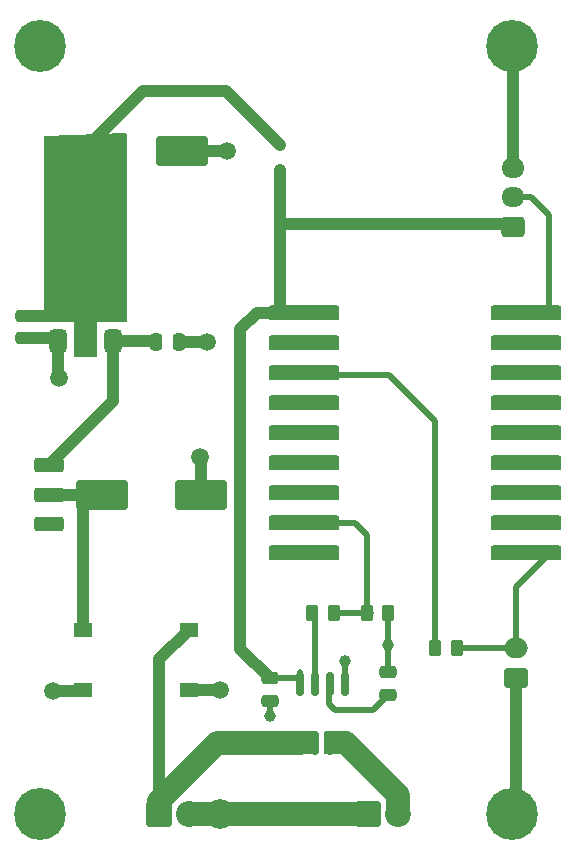
<source format=gbr>
%TF.GenerationSoftware,KiCad,Pcbnew,9.0.2*%
%TF.CreationDate,2025-06-11T22:20:25+01:00*%
%TF.ProjectId,Doorbell (Smaller),446f6f72-6265-46c6-9c20-28536d616c6c,1*%
%TF.SameCoordinates,Original*%
%TF.FileFunction,Copper,L1,Top*%
%TF.FilePolarity,Positive*%
%FSLAX46Y46*%
G04 Gerber Fmt 4.6, Leading zero omitted, Abs format (unit mm)*
G04 Created by KiCad (PCBNEW 9.0.2) date 2025-06-11 22:20:25*
%MOMM*%
%LPD*%
G01*
G04 APERTURE LIST*
G04 Aperture macros list*
%AMRoundRect*
0 Rectangle with rounded corners*
0 $1 Rounding radius*
0 $2 $3 $4 $5 $6 $7 $8 $9 X,Y pos of 4 corners*
0 Add a 4 corners polygon primitive as box body*
4,1,4,$2,$3,$4,$5,$6,$7,$8,$9,$2,$3,0*
0 Add four circle primitives for the rounded corners*
1,1,$1+$1,$2,$3*
1,1,$1+$1,$4,$5*
1,1,$1+$1,$6,$7*
1,1,$1+$1,$8,$9*
0 Add four rect primitives between the rounded corners*
20,1,$1+$1,$2,$3,$4,$5,0*
20,1,$1+$1,$4,$5,$6,$7,0*
20,1,$1+$1,$6,$7,$8,$9,0*
20,1,$1+$1,$8,$9,$2,$3,0*%
G04 Aperture macros list end*
%TA.AperFunction,SMDPad,CuDef*%
%ADD10RoundRect,0.250000X-0.475000X0.250000X-0.475000X-0.250000X0.475000X-0.250000X0.475000X0.250000X0*%
%TD*%
%TA.AperFunction,ComponentPad*%
%ADD11C,4.400000*%
%TD*%
%TA.AperFunction,SMDPad,CuDef*%
%ADD12RoundRect,0.375000X0.375000X-0.625000X0.375000X0.625000X-0.375000X0.625000X-0.375000X-0.625000X0*%
%TD*%
%TA.AperFunction,SMDPad,CuDef*%
%ADD13RoundRect,0.500000X1.400000X-0.500000X1.400000X0.500000X-1.400000X0.500000X-1.400000X-0.500000X0*%
%TD*%
%TA.AperFunction,SMDPad,CuDef*%
%ADD14RoundRect,0.250000X-0.262500X-0.450000X0.262500X-0.450000X0.262500X0.450000X-0.262500X0.450000X0*%
%TD*%
%TA.AperFunction,SMDPad,CuDef*%
%ADD15R,1.500000X1.300000*%
%TD*%
%TA.AperFunction,SMDPad,CuDef*%
%ADD16RoundRect,0.150000X0.150000X-0.825000X0.150000X0.825000X-0.150000X0.825000X-0.150000X-0.825000X0*%
%TD*%
%TA.AperFunction,SMDPad,CuDef*%
%ADD17RoundRect,0.250000X0.262500X0.450000X-0.262500X0.450000X-0.262500X-0.450000X0.262500X-0.450000X0*%
%TD*%
%TA.AperFunction,SMDPad,CuDef*%
%ADD18RoundRect,0.112500X0.112500X-0.187500X0.112500X0.187500X-0.112500X0.187500X-0.112500X-0.187500X0*%
%TD*%
%TA.AperFunction,SMDPad,CuDef*%
%ADD19RoundRect,0.250000X-1.000000X0.375000X-1.000000X-0.375000X1.000000X-0.375000X1.000000X0.375000X0*%
%TD*%
%TA.AperFunction,ComponentPad*%
%ADD20RoundRect,0.250000X0.725000X-0.600000X0.725000X0.600000X-0.725000X0.600000X-0.725000X-0.600000X0*%
%TD*%
%TA.AperFunction,ComponentPad*%
%ADD21O,1.950000X1.700000*%
%TD*%
%TA.AperFunction,ComponentPad*%
%ADD22RoundRect,0.249999X-0.850001X-0.850001X0.850001X-0.850001X0.850001X0.850001X-0.850001X0.850001X0*%
%TD*%
%TA.AperFunction,ComponentPad*%
%ADD23C,2.200000*%
%TD*%
%TA.AperFunction,ComponentPad*%
%ADD24RoundRect,0.190500X2.809500X0.444500X-2.809500X0.444500X-2.809500X-0.444500X2.809500X-0.444500X0*%
%TD*%
%TA.AperFunction,ComponentPad*%
%ADD25RoundRect,0.190500X-2.809500X-0.444500X2.809500X-0.444500X2.809500X0.444500X-2.809500X0.444500X0*%
%TD*%
%TA.AperFunction,ComponentPad*%
%ADD26RoundRect,0.250000X0.750000X-0.600000X0.750000X0.600000X-0.750000X0.600000X-0.750000X-0.600000X0*%
%TD*%
%TA.AperFunction,ComponentPad*%
%ADD27O,2.000000X1.700000*%
%TD*%
%TA.AperFunction,SMDPad,CuDef*%
%ADD28RoundRect,0.250000X-1.950000X-1.000000X1.950000X-1.000000X1.950000X1.000000X-1.950000X1.000000X0*%
%TD*%
%TA.AperFunction,SMDPad,CuDef*%
%ADD29RoundRect,0.250000X-0.250000X-0.475000X0.250000X-0.475000X0.250000X0.475000X-0.250000X0.475000X0*%
%TD*%
%TA.AperFunction,SMDPad,CuDef*%
%ADD30RoundRect,0.250000X0.475000X-0.250000X0.475000X0.250000X-0.475000X0.250000X-0.475000X-0.250000X0*%
%TD*%
%TA.AperFunction,ViaPad*%
%ADD31C,1.500000*%
%TD*%
%TA.AperFunction,ViaPad*%
%ADD32C,1.000000*%
%TD*%
%TA.AperFunction,ViaPad*%
%ADD33C,2.500000*%
%TD*%
%TA.AperFunction,Conductor*%
%ADD34C,0.500000*%
%TD*%
%TA.AperFunction,Conductor*%
%ADD35C,1.000000*%
%TD*%
%TA.AperFunction,Conductor*%
%ADD36C,2.000000*%
%TD*%
G04 APERTURE END LIST*
D10*
%TO.P,C2,1*%
%TO.N,+5V Internal*%
X24500000Y-58550000D03*
%TO.P,C2,2*%
%TO.N,GND*%
X24500000Y-60450000D03*
%TD*%
D11*
%TO.P,H1,1,1*%
%TO.N,GND*%
X5000000Y-5000000D03*
%TD*%
D12*
%TO.P,U2,1,GND*%
%TO.N,GND*%
X6580000Y-30020000D03*
%TO.P,U2,2,VO*%
%TO.N,+5V*%
X8880000Y-30020000D03*
D13*
X8880000Y-23720000D03*
D12*
%TO.P,U2,3,VI*%
%TO.N,Net-(SW1-A)*%
X11180000Y-30020000D03*
%TD*%
D11*
%TO.P,H4,1,1*%
%TO.N,GND*%
X45000000Y-70000000D03*
%TD*%
%TO.P,H3,1,1*%
%TO.N,GND*%
X5000000Y-70000000D03*
%TD*%
D14*
%TO.P,R2,1*%
%TO.N,/ADC Input*%
X32675000Y-53000000D03*
%TO.P,R2,2*%
%TO.N,GND*%
X34500000Y-53000000D03*
%TD*%
D15*
%TO.P,D1,1,+*%
%TO.N,Net-(D1-+)*%
X8700000Y-54450000D03*
%TO.P,D1,2,-*%
%TO.N,GND*%
X8700000Y-59550000D03*
%TO.P,D1,3*%
%TO.N,/VAC In B*%
X17600000Y-59550000D03*
%TO.P,D1,4*%
%TO.N,/VAC In A*%
X17600000Y-54450000D03*
%TD*%
D10*
%TO.P,C7,1*%
%TO.N,+5V*%
X3630000Y-27870000D03*
%TO.P,C7,2*%
%TO.N,GND*%
X3630000Y-29770000D03*
%TD*%
D16*
%TO.P,U1,1,IP+*%
%TO.N,/VAC In A*%
X27000000Y-64000000D03*
%TO.P,U1,2,IP+*%
X28270000Y-64000000D03*
%TO.P,U1,3,IP-*%
%TO.N,/VAC Out A*%
X29540000Y-64000000D03*
%TO.P,U1,4,IP-*%
X30810000Y-64000000D03*
%TO.P,U1,5,GND*%
%TO.N,GND*%
X30810000Y-59050000D03*
%TO.P,U1,6,FILTER*%
%TO.N,Net-(U1-FILTER)*%
X29540000Y-59050000D03*
%TO.P,U1,7,VIOUT*%
%TO.N,/V Sense*%
X28270000Y-59050000D03*
%TO.P,U1,8,VCC*%
%TO.N,+5V Internal*%
X27000000Y-59050000D03*
%TD*%
D17*
%TO.P,R3,1*%
%TO.N,/Reset*%
X40325000Y-56000000D03*
%TO.P,R3,2*%
%TO.N,+3.3V*%
X38500000Y-56000000D03*
%TD*%
D18*
%TO.P,D2,1,K*%
%TO.N,+5V Internal*%
X25343750Y-15493750D03*
%TO.P,D2,2,A*%
%TO.N,+5V*%
X25343750Y-13393750D03*
%TD*%
D19*
%TO.P,SW1,1,A*%
%TO.N,Net-(SW1-A)*%
X5750000Y-40500000D03*
%TO.P,SW1,2,B*%
%TO.N,Net-(D1-+)*%
X5750000Y-43000000D03*
%TO.P,SW1,3,C*%
%TO.N,unconnected-(SW1-C-Pad3)*%
X5750000Y-45500000D03*
%TD*%
D20*
%TO.P,J4,1,Pin_1*%
%TO.N,+5V Internal*%
X45043750Y-20343750D03*
D21*
%TO.P,J4,2,Pin_2*%
%TO.N,/WS2812*%
X45043750Y-17843750D03*
%TO.P,J4,3,Pin_3*%
%TO.N,GND*%
X45043750Y-15343750D03*
%TD*%
D22*
%TO.P,J2,1,Pin_1*%
%TO.N,/VAC In B*%
X32801133Y-70000000D03*
D23*
%TO.P,J2,2,Pin_2*%
%TO.N,/VAC Out A*%
X35341133Y-70000000D03*
%TD*%
D24*
%TO.P,U3,1,5V*%
%TO.N,+5V Internal*%
X27343750Y-27633750D03*
%TO.P,U3,2,GND*%
%TO.N,GND*%
X27343750Y-30173750D03*
%TO.P,U3,3,3V3*%
%TO.N,+3.3V*%
X27343750Y-32713750D03*
%TO.P,U3,4,GPIO_0*%
%TO.N,unconnected-(U3-GPIO_0-Pad4)*%
X27343750Y-35253750D03*
%TO.P,U3,5,GPIO_1*%
%TO.N,unconnected-(U3-GPIO_1-Pad5)*%
X27343750Y-37793750D03*
%TO.P,U3,6,GPIO_2*%
%TO.N,unconnected-(U3-GPIO_2-Pad6)*%
X27343750Y-40333750D03*
%TO.P,U3,7,GPIO_3*%
%TO.N,unconnected-(U3-GPIO_3-Pad7)*%
X27343750Y-42873750D03*
%TO.P,U3,8,GPIO_4*%
%TO.N,/ADC Input*%
X27343750Y-45413750D03*
%TO.P,U3,9,GPIO_5*%
%TO.N,unconnected-(U3-GPIO_5-Pad9)*%
X27343750Y-47953750D03*
D25*
%TO.P,U3,10,GPIO_6*%
%TO.N,/Reset*%
X46203750Y-47953750D03*
%TO.P,U3,11,GPIO_7*%
%TO.N,unconnected-(U3-GPIO_7-Pad11)*%
X46203750Y-45413750D03*
%TO.P,U3,12,GPIO_8*%
%TO.N,unconnected-(U3-GPIO_8-Pad12)*%
X46203750Y-42873750D03*
%TO.P,U3,13,GPIO_9*%
%TO.N,unconnected-(U3-GPIO_9-Pad13)*%
X46203750Y-40333750D03*
%TO.P,U3,14,GPIO_10*%
%TO.N,unconnected-(U3-GPIO_10-Pad14)*%
X46203750Y-37793750D03*
%TO.P,U3,15,GPIO_18*%
%TO.N,unconnected-(U3-GPIO_18-Pad15)*%
X46203750Y-35253750D03*
%TO.P,U3,16,GPIO_19*%
%TO.N,unconnected-(U3-GPIO_19-Pad16)*%
X46203750Y-32713750D03*
%TO.P,U3,17,GPIO_20*%
%TO.N,unconnected-(U3-GPIO_20-Pad17)*%
X46203750Y-30173750D03*
%TO.P,U3,18,GPIO_21*%
%TO.N,/WS2812*%
X46203750Y-27633750D03*
%TD*%
D26*
%TO.P,J3,1,Pin_1*%
%TO.N,GND*%
X45362500Y-58500000D03*
D27*
%TO.P,J3,2,Pin_2*%
%TO.N,/Reset*%
X45362500Y-56000000D03*
%TD*%
D11*
%TO.P,H2,1,1*%
%TO.N,GND*%
X45000000Y-5000000D03*
%TD*%
D22*
%TO.P,J1,1,Pin_1*%
%TO.N,/VAC In A*%
X15123333Y-70000000D03*
D23*
%TO.P,J1,2,Pin_2*%
%TO.N,/VAC In B*%
X17663333Y-70000000D03*
%TD*%
D14*
%TO.P,R1,1*%
%TO.N,/V Sense*%
X28087500Y-53000000D03*
%TO.P,R1,2*%
%TO.N,/ADC Input*%
X29912500Y-53000000D03*
%TD*%
D28*
%TO.P,C6,1*%
%TO.N,+5V*%
X8680000Y-13870000D03*
%TO.P,C6,2*%
%TO.N,GND*%
X17080000Y-13870000D03*
%TD*%
D29*
%TO.P,C5,1*%
%TO.N,Net-(SW1-A)*%
X14880000Y-30120000D03*
%TO.P,C5,2*%
%TO.N,GND*%
X16780000Y-30120000D03*
%TD*%
D30*
%TO.P,C1,1*%
%TO.N,Net-(U1-FILTER)*%
X34500000Y-59950000D03*
%TO.P,C1,2*%
%TO.N,GND*%
X34500000Y-58050000D03*
%TD*%
D28*
%TO.P,C3,1*%
%TO.N,Net-(D1-+)*%
X10250000Y-43000000D03*
%TO.P,C3,2*%
%TO.N,GND*%
X18650000Y-43000000D03*
%TD*%
D31*
%TO.N,GND*%
X6150000Y-59600000D03*
X18609077Y-39776859D03*
D32*
X34500000Y-55750000D03*
X30810705Y-57066581D03*
D31*
X20880000Y-13870000D03*
X19130000Y-30120000D03*
X6630000Y-33120000D03*
D32*
X24500000Y-61750000D03*
D33*
%TO.N,/VAC In B*%
X20250000Y-70000000D03*
D31*
X20250000Y-59500000D03*
%TD*%
D34*
%TO.N,Net-(U1-FILTER)*%
X29500000Y-59090000D02*
X29500000Y-60750000D01*
X33200000Y-61250000D02*
X34500000Y-59950000D01*
X30000000Y-61250000D02*
X33200000Y-61250000D01*
X29500000Y-60750000D02*
X30000000Y-61250000D01*
X29540000Y-59050000D02*
X29500000Y-59090000D01*
D35*
%TO.N,GND*%
X45362500Y-69637500D02*
X45000000Y-70000000D01*
X45362500Y-58500000D02*
X45362500Y-69637500D01*
X17080000Y-13870000D02*
X20880000Y-13870000D01*
X18650000Y-43000000D02*
X18650000Y-39817782D01*
X3630000Y-29770000D02*
X6330000Y-29770000D01*
D34*
X34500000Y-55750000D02*
X34500000Y-58050000D01*
D35*
X6330000Y-29770000D02*
X6580000Y-30020000D01*
X45043750Y-15343750D02*
X45043750Y-5043750D01*
D34*
X34500000Y-53000000D02*
X34500000Y-55750000D01*
X45483216Y-69981250D02*
X45464466Y-70000000D01*
X30810000Y-59050000D02*
X30810000Y-57067286D01*
D35*
X18650000Y-39817782D02*
X18609077Y-39776859D01*
D34*
X30810000Y-57067286D02*
X30810705Y-57066581D01*
D35*
X45043750Y-5043750D02*
X45000000Y-5000000D01*
X8650000Y-59600000D02*
X6150000Y-59600000D01*
X16780000Y-30120000D02*
X19130000Y-30120000D01*
X6580000Y-30020000D02*
X6580000Y-33070000D01*
D34*
X24500000Y-60450000D02*
X24500000Y-61750000D01*
D35*
X6580000Y-33070000D02*
X6630000Y-33120000D01*
%TO.N,+5V*%
X13710000Y-8840000D02*
X20790000Y-8840000D01*
X8680000Y-13870000D02*
X13710000Y-8840000D01*
X3630000Y-27870000D02*
X8880000Y-27870000D01*
X8880000Y-27870000D02*
X8880000Y-30020000D01*
X20790000Y-8840000D02*
X25343750Y-13393750D01*
%TO.N,/VAC In A*%
X15123333Y-56916667D02*
X15123333Y-70000000D01*
D36*
X20023334Y-64000000D02*
X15123333Y-68900001D01*
X27000000Y-64000000D02*
X20023334Y-64000000D01*
X15123333Y-68900001D02*
X15123333Y-70000000D01*
D35*
X17620000Y-54420000D02*
X15123333Y-56916667D01*
%TO.N,/VAC In B*%
X17620000Y-59500000D02*
X20250000Y-59500000D01*
D36*
X20250000Y-70000000D02*
X32801133Y-70000000D01*
X17663333Y-70000000D02*
X20250000Y-70000000D01*
D34*
%TO.N,+5V Internal*%
X27000000Y-58000000D02*
X27000000Y-59050000D01*
D35*
X25343750Y-15493750D02*
X25343750Y-20093750D01*
X25343750Y-20093750D02*
X44793750Y-20093750D01*
X25343750Y-20093750D02*
X25343750Y-21343750D01*
X44793750Y-20093750D02*
X45043750Y-20343750D01*
X25343750Y-27293750D02*
X25683750Y-27633750D01*
X25343750Y-21343750D02*
X25343750Y-27293750D01*
D34*
X24500000Y-58550000D02*
X26750000Y-58550000D01*
D35*
X25343750Y-27633750D02*
X23366250Y-27633750D01*
X22000000Y-56050000D02*
X24500000Y-58550000D01*
X23366250Y-27633750D02*
X22000000Y-29000000D01*
X22000000Y-29000000D02*
X22000000Y-56050000D01*
D36*
%TO.N,/VAC Out A*%
X35341133Y-68444366D02*
X35341133Y-70000000D01*
X30896767Y-64000000D02*
X35341133Y-68444366D01*
D34*
%TO.N,/Reset*%
X45362500Y-50795000D02*
X48203750Y-47953750D01*
X45362500Y-56000000D02*
X40325000Y-56000000D01*
X45362500Y-56000000D02*
X45362500Y-50951250D01*
%TO.N,/V Sense*%
X28270000Y-53182500D02*
X28087500Y-53000000D01*
X28270000Y-59050000D02*
X28270000Y-53182500D01*
%TO.N,/ADC Input*%
X29912500Y-53000000D02*
X33087500Y-53000000D01*
X32675000Y-53000000D02*
X32675000Y-46425000D01*
X25343750Y-45413750D02*
X25507500Y-45250000D01*
X31663750Y-45413750D02*
X25343750Y-45413750D01*
X32675000Y-46425000D02*
X31663750Y-45413750D01*
%TO.N,+3.3V*%
X38500000Y-36750000D02*
X34593750Y-32843750D01*
X25473750Y-32843750D02*
X25343750Y-32713750D01*
X34593750Y-32843750D02*
X25473750Y-32843750D01*
X38500000Y-56000000D02*
X38500000Y-36906250D01*
D35*
%TO.N,Net-(SW1-A)*%
X11180000Y-30020000D02*
X14780000Y-30020000D01*
X11180000Y-35070000D02*
X11180000Y-30020000D01*
X14780000Y-30020000D02*
X14880000Y-30120000D01*
X5750000Y-40500000D02*
X11180000Y-35070000D01*
D34*
%TO.N,/WS2812*%
X46593750Y-17843750D02*
X48093750Y-19343750D01*
X45043750Y-17843750D02*
X46593750Y-17843750D01*
X48093750Y-27523750D02*
X48203750Y-27633750D01*
X48093750Y-19343750D02*
X48093750Y-27523750D01*
D35*
%TO.N,Net-(D1-+)*%
X8700000Y-54450000D02*
X8700000Y-43000000D01*
X5750000Y-43000000D02*
X8700000Y-43000000D01*
%TD*%
%TA.AperFunction,Conductor*%
%TO.N,/VAC Out A*%
G36*
X31193039Y-63019685D02*
G01*
X31238794Y-63072489D01*
X31250000Y-63124000D01*
X31250000Y-64876000D01*
X31230315Y-64943039D01*
X31177511Y-64988794D01*
X31126000Y-65000000D01*
X29194500Y-65000000D01*
X29127461Y-64980315D01*
X29081706Y-64927511D01*
X29070500Y-64876000D01*
X29070500Y-63124000D01*
X29090185Y-63056961D01*
X29142989Y-63011206D01*
X29194500Y-63000000D01*
X31126000Y-63000000D01*
X31193039Y-63019685D01*
G37*
%TD.AperFunction*%
%TD*%
%TA.AperFunction,Conductor*%
%TO.N,+5V*%
G36*
X12319274Y-12391865D02*
G01*
X12366884Y-12443003D01*
X12380000Y-12498507D01*
X12380000Y-28246000D01*
X12360315Y-28313039D01*
X12307511Y-28358794D01*
X12256000Y-28370000D01*
X9880000Y-28370000D01*
X9880000Y-31246000D01*
X9860315Y-31313039D01*
X9807511Y-31358794D01*
X9756000Y-31370000D01*
X8004000Y-31370000D01*
X7936961Y-31350315D01*
X7891206Y-31297511D01*
X7880000Y-31246000D01*
X7880000Y-28370000D01*
X5504000Y-28370000D01*
X5436961Y-28350315D01*
X5391206Y-28297511D01*
X5380000Y-28246000D01*
X5380000Y-12739650D01*
X5399685Y-12672611D01*
X5452489Y-12626856D01*
X5499571Y-12615729D01*
X12251576Y-12374586D01*
X12319274Y-12391865D01*
G37*
%TD.AperFunction*%
%TD*%
%TA.AperFunction,Conductor*%
%TO.N,/VAC In A*%
G36*
X28508039Y-63019685D02*
G01*
X28553794Y-63072489D01*
X28565000Y-63124000D01*
X28565000Y-64876000D01*
X28545315Y-64943039D01*
X28492511Y-64988794D01*
X28441000Y-65000000D01*
X26124000Y-65000000D01*
X26056961Y-64980315D01*
X26011206Y-64927511D01*
X26000000Y-64876000D01*
X26000000Y-63124000D01*
X26019685Y-63056961D01*
X26072489Y-63011206D01*
X26124000Y-63000000D01*
X28441000Y-63000000D01*
X28508039Y-63019685D01*
G37*
%TD.AperFunction*%
%TD*%
M02*

</source>
